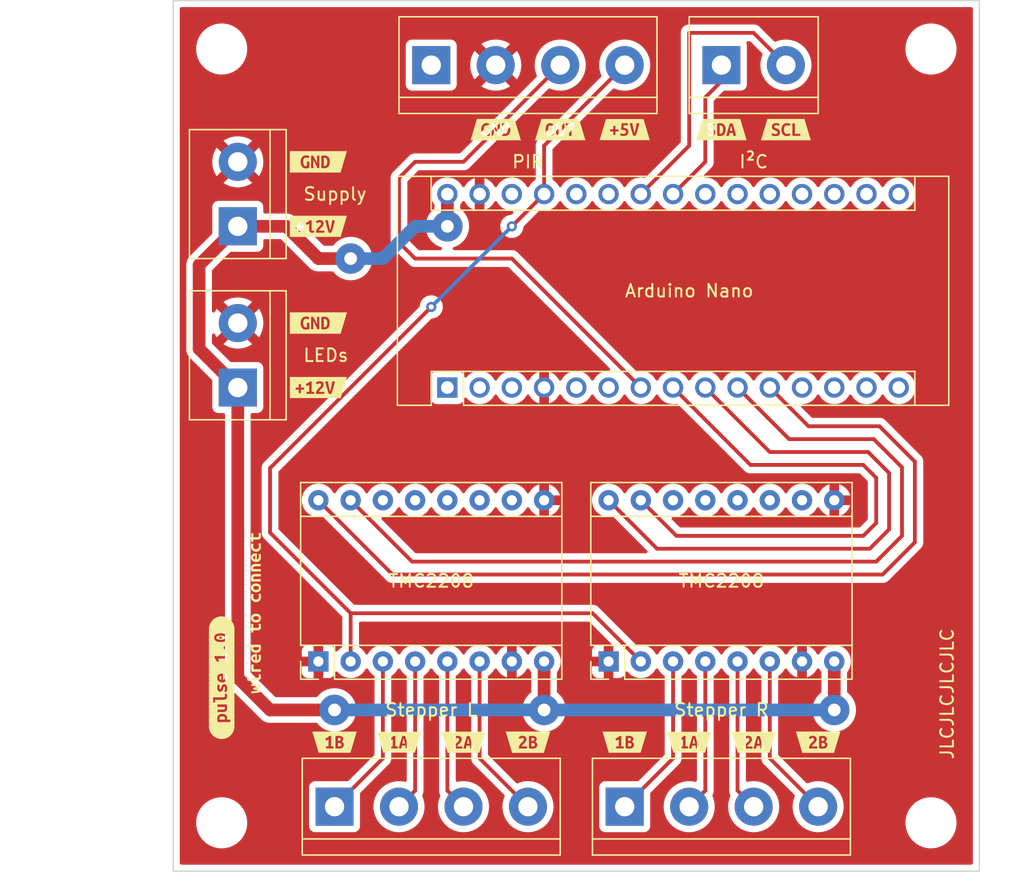
<source format=kicad_pcb>
(kicad_pcb (version 20211014) (generator pcbnew)
  (layers (0 "F.Cu" signal) (31 "B.Cu" signal) (34 "B.Paste" user) (35 "F.Paste" user) (36 "B.SilkS" user "B.Silkscreen") (37 "F.SilkS" user "F.Silkscreen") (38 "B.Mask" user) (39 "F.Mask" user) (44 "Edge.Cuts" user))
  (net 0 "")
  (net 1 "Net-(A1-Pad2)")
  (net 2 "Net-(A1-Pad3)")
  (net 3 "Net-(A1-Pad4)")
  (net 4 "Net-(A1-Pad5)")
  (net 5 "Net-(A1-Pad6)")
  (net 6 "/GND")
  (net 12 "Net-(A1-Pad15)")
  (net 13 "Net-(A1-Pad16)")
  (net 14 "Net-(A2-Pad3)")
  (net 15 "Net-(A2-Pad4)")
  (net 16 "Net-(A2-Pad5)")
  (net 17 "Net-(A2-Pad6)")
  (net 23 "Net-(A2-Pad15)")
  (net 24 "Net-(A2-Pad16)")
  (net 25 "Net-(JI2C1-Pad1)")
  (net 26 "Net-(JI2C1-Pad2)")
  (net 28 "Net-(JPIR1-Pad3)")
  (net 48 "/+12V")
  (footprint "kibuzzard-62F38B54" (layer "F.Cu") (at 102.87 96.52)
    (fp_text reference "kibuzzard-62F38B54" hide)
    (fp_text value "G***" hide)
  )
  (footprint "kibuzzard-62F38DFB" (layer "F.Cu") (at 127 76.2)
    (fp_text reference "kibuzzard-62F38DFB" hide)
    (fp_text value "G***" hide)
  )
  (footprint "kibuzzard-62F38C7F" (layer "F.Cu") (at 127 124.46)
    (fp_text reference "kibuzzard-62F38C7F" hide)
    (fp_text value "G***" hide)
  )
  (footprint "kibuzzard-62F38C8B" (layer "F.Cu") (at 137.16 124.46)
    (fp_text reference "kibuzzard-62F38C8B" hide)
    (fp_text value "G***" hide)
  )
  (footprint "kibuzzard-62F38DE0" (layer "F.Cu") (at 116.84 76.2)
    (fp_text reference "kibuzzard-62F38DE0" hide)
    (fp_text value "G***" hide)
  )
  (footprint "MountingHole:MountingHole_3mm" (layer "F.Cu") (at 151.13 130.81)
    (fp_text reference "REF**" hide)
    (fp_text value "MountingHole_3mm")
    (pad "" np_thru_hole circle (at 0 0) (size 3 3) (drill 3) (layers *.Cu *.Mask))
  )
  (footprint "MountingHole:MountingHole_3mm" (layer "F.Cu") (at 95.25 69.85)
    (fp_text reference "REF**" hide)
    (fp_text value "MountingHole_3mm")
    (pad "" np_thru_hole circle (at 0 0) (size 3 3) (drill 3) (layers *.Cu *.Mask))
  )
  (footprint "TerminalBlock:TerminalBlock_bornier-4_P5.08mm" (layer "F.Cu") (at 104.14 129.54)
    (fp_text reference "JSTEP1" hide)
    (fp_text value "Screw_Terminal_01x04")
    (pad "1" thru_hole rect (at 0 0) (size 3 3) (drill 1.52) (layers *.Cu *.Mask) (net 2 "Net-(A1-Pad3)"))
    (pad "2" thru_hole circle (at 5.08 0) (size 3 3) (drill 1.52) (layers *.Cu *.Mask) (net 3 "Net-(A1-Pad4)"))
    (pad "3" thru_hole circle (at 10.16 0) (size 3 3) (drill 1.52) (layers *.Cu *.Mask) (net 4 "Net-(A1-Pad5)"))
    (pad "4" thru_hole circle (at 15.24 0) (size 3 3) (drill 1.52) (layers *.Cu *.Mask) (net 5 "Net-(A1-Pad6)"))
  )
  (footprint "kibuzzard-62F38DF4" (layer "F.Cu") (at 121.92 76.2)
    (fp_text reference "kibuzzard-62F38DF4" hide)
    (fp_text value "G***" hide)
  )
  (footprint "kibuzzard-62F38C83" (layer "F.Cu") (at 109.22 124.46)
    (fp_text reference "kibuzzard-62F38C83" hide)
    (fp_text value "G***" hide)
  )
  (footprint "kibuzzard-62F38C92" (layer "F.Cu") (at 119.38 124.46)
    (fp_text reference "kibuzzard-62F38C92" hide)
    (fp_text value "G***" hide)
  )
  (footprint "kibuzzard-62F38C7F" (layer "F.Cu") (at 104.14 124.46)
    (fp_text reference "kibuzzard-62F38C7F" hide)
    (fp_text value "G***" hide)
  )
  (footprint "TerminalBlock:TerminalBlock_bornier-2_P5.08mm" (layer "F.Cu") (at 134.62 71.12)
    (fp_text reference "JI2C1" hide)
    (fp_text value "Screw_Terminal_01x02")
    (pad "1" thru_hole rect (at 0 0) (size 3 3) (drill 1.52) (layers *.Cu *.Mask) (net 25 "Net-(JI2C1-Pad1)"))
    (pad "2" thru_hole circle (at 5.08 0) (size 3 3) (drill 1.52) (layers *.Cu *.Mask) (net 26 "Net-(JI2C1-Pad2)"))
  )
  (footprint "MountingHole:MountingHole_3mm" (layer "F.Cu") (at 151.13 69.85)
    (fp_text reference "REF**" hide)
    (fp_text value "MountingHole_3mm")
    (pad "" np_thru_hole circle (at 0 0) (size 3 3) (drill 3) (layers *.Cu *.Mask))
  )
  (footprint "kibuzzard-62F38E40" (layer "F.Cu") (at 134.62 76.2)
    (fp_text reference "kibuzzard-62F38E40" hide)
    (fp_text value "G***" hide)
  )
  (footprint "kibuzzard-62F38B1C" (layer "F.Cu") (at 102.87 83.82)
    (fp_text reference "kibuzzard-62F38B1C" hide)
    (fp_text value "G***" hide)
  )
  (footprint "TerminalBlock:TerminalBlock_bornier-4_P5.08mm" (layer "F.Cu") (at 127 129.54)
    (fp_text reference "JSTEP2" hide)
    (fp_text value "Screw_Terminal_01x04")
    (pad "1" thru_hole rect (at 0 0) (size 3 3) (drill 1.52) (layers *.Cu *.Mask) (net 14 "Net-(A2-Pad3)"))
    (pad "2" thru_hole circle (at 5.08 0) (size 3 3) (drill 1.52) (layers *.Cu *.Mask) (net 15 "Net-(A2-Pad4)"))
    (pad "3" thru_hole circle (at 10.16 0) (size 3 3) (drill 1.52) (layers *.Cu *.Mask) (net 16 "Net-(A2-Pad5)"))
    (pad "4" thru_hole circle (at 15.24 0) (size 3 3) (drill 1.52) (layers *.Cu *.Mask) (net 17 "Net-(A2-Pad6)"))
  )
  (footprint "kibuzzard-62F38B13" (layer "F.Cu") (at 102.87 78.74)
    (fp_text reference "kibuzzard-62F38B13" hide)
    (fp_text value "G***" hide)
  )
  (footprint "Module:Pololu_Breakout-16_15.2x20.3mm" (layer "F.Cu") (at 125.73 118.1 90)
    (fp_text reference "A2" hide)
    (fp_text value "Pololu_Breakout_A4988")
    (pad "1" thru_hole rect (at 0 0 90) (size 1.6 1.6) (drill 0.8) (layers *.Cu *.Mask) (net 6 "/GND"))
    (pad "2" thru_hole oval (at 0 2.54 90) (size 1.6 1.6) (drill 0.8) (layers *.Cu *.Mask) (net 1 "Net-(A1-Pad2)"))
    (pad "3" thru_hole oval (at 0 5.08 90) (size 1.6 1.6) (drill 0.8) (layers *.Cu *.Mask) (net 14 "Net-(A2-Pad3)"))
    (pad "4" thru_hole oval (at 0 7.62 90) (size 1.6 1.6) (drill 0.8) (layers *.Cu *.Mask) (net 15 "Net-(A2-Pad4)"))
    (pad "5" thru_hole oval (at 0 10.16 90) (size 1.6 1.6) (drill 0.8) (layers *.Cu *.Mask) (net 16 "Net-(A2-Pad5)"))
    (pad "6" thru_hole oval (at 0 12.7 90) (size 1.6 1.6) (drill 0.8) (layers *.Cu *.Mask) (net 17 "Net-(A2-Pad6)"))
    (pad "7" thru_hole oval (at 0 15.24 90) (size 1.6 1.6) (drill 0.8) (layers *.Cu *.Mask) (net 6 "/GND"))
    (pad "8" thru_hole oval (at 0 17.78 90) (size 1.6 1.6) (drill 0.8) (layers *.Cu *.Mask) (net 48 "/+12V"))
    (pad "9" thru_hole oval (at 12.7 17.78 90) (size 1.6 1.6) (drill 0.8) (layers *.Cu *.Mask) (net 6 "/GND"))
    (pad "10" thru_hole oval (at 12.7 15.24 90) (size 1.6 1.6) (drill 0.8) (layers *.Cu *.Mask))
    (pad "11" thru_hole oval (at 12.7 12.7 90) (size 1.6 1.6) (drill 0.8) (layers *.Cu *.Mask))
    (pad "12" thru_hole oval (at 12.7 10.16 90) (size 1.6 1.6) (drill 0.8) (layers *.Cu *.Mask))
    (pad "13" thru_hole oval (at 12.7 7.62 90) (size 1.6 1.6) (drill 0.8) (layers *.Cu *.Mask))
    (pad "14" thru_hole oval (at 12.7 5.08 90) (size 1.6 1.6) (drill 0.8) (layers *.Cu *.Mask))
    (pad "15" thru_hole oval (at 12.7 2.54 90) (size 1.6 1.6) (drill 0.8) (layers *.Cu *.Mask) (net 23 "Net-(A2-Pad15)"))
    (pad "16" thru_hole oval (at 12.7 0 90) (size 1.6 1.6) (drill 0.8) (layers *.Cu *.Mask) (net 24 "Net-(A2-Pad16)"))
  )
  (footprint "Module:Pololu_Breakout-16_15.2x20.3mm" (layer "F.Cu") (at 102.87 118.1 90)
    (fp_text reference "A1" hide)
    (fp_text value "Pololu_Breakout_A4988")
    (pad "1" thru_hole rect (at 0 0 90) (size 1.6 1.6) (drill 0.8) (layers *.Cu *.Mask) (net 6 "/GND"))
    (pad "2" thru_hole oval (at 0 2.54 90) (size 1.6 1.6) (drill 0.8) (layers *.Cu *.Mask) (net 1 "Net-(A1-Pad2)"))
    (pad "3" thru_hole oval (at 0 5.08 90) (size 1.6 1.6) (drill 0.8) (layers *.Cu *.Mask) (net 2 "Net-(A1-Pad3)"))
    (pad "4" thru_hole oval (at 0 7.62 90) (size 1.6 1.6) (drill 0.8) (layers *.Cu *.Mask) (net 3 "Net-(A1-Pad4)"))
    (pad "5" thru_hole oval (at 0 10.16 90) (size 1.6 1.6) (drill 0.8) (layers *.Cu *.Mask) (net 4 "Net-(A1-Pad5)"))
    (pad "6" thru_hole oval (at 0 12.7 90) (size 1.6 1.6) (drill 0.8) (layers *.Cu *.Mask) (net 5 "Net-(A1-Pad6)"))
    (pad "7" thru_hole oval (at 0 15.24 90) (size 1.6 1.6) (drill 0.8) (layers *.Cu *.Mask) (net 6 "/GND"))
    (pad "8" thru_hole oval (at 0 17.78 90) (size 1.6 1.6) (drill 0.8) (layers *.Cu *.Mask) (net 48 "/+12V"))
    (pad "9" thru_hole oval (at 12.7 17.78 90) (size 1.6 1.6) (drill 0.8) (layers *.Cu *.Mask) (net 6 "/GND"))
    (pad "10" thru_hole oval (at 12.7 15.24 90) (size 1.6 1.6) (drill 0.8) (layers *.Cu *.Mask))
    (pad "11" thru_hole oval (at 12.7 12.7 90) (size 1.6 1.6) (drill 0.8) (layers *.Cu *.Mask))
    (pad "12" thru_hole oval (at 12.7 10.16 90) (size 1.6 1.6) (drill 0.8) (layers *.Cu *.Mask))
    (pad "13" thru_hole oval (at 12.7 7.62 90) (size 1.6 1.6) (drill 0.8) (layers *.Cu *.Mask))
    (pad "14" thru_hole oval (at 12.7 5.08 90) (size 1.6 1.6) (drill 0.8) (layers *.Cu *.Mask))
    (pad "15" thru_hole oval (at 12.7 2.54 90) (size 1.6 1.6) (drill 0.8) (layers *.Cu *.Mask) (net 12 "Net-(A1-Pad15)"))
    (pad "16" thru_hole oval (at 12.7 0 90) (size 1.6 1.6) (drill 0.8) (layers *.Cu *.Mask) (net 13 "Net-(A1-Pad16)"))
  )
  (footprint "TerminalBlock:TerminalBlock_bornier-2_P5.08mm" (layer "F.Cu") (at 96.52 96.52 90)
    (fp_text reference "JLED1" hide)
    (fp_text value "Screw_Terminal_01x02")
    (pad "1" thru_hole rect (at 0 0 90) (size 3 3) (drill 1.52) (layers *.Cu *.Mask) (net 48 "/+12V"))
    (pad "2" thru_hole circle (at 5.08 0 90) (size 3 3) (drill 1.52) (layers *.Cu *.Mask) (net 6 "/GND"))
  )
  (footprint "kibuzzard-62F38B4D" (layer "F.Cu") (at 102.87 91.44)
    (fp_text reference "kibuzzard-62F38B4D" hide)
    (fp_text value "G***" hide)
  )
  (footprint "kibuzzard-62F38F2E" (layer "F.Cu") (at 95.25 119.38 90)
    (fp_text reference "kibuzzard-62F38F2E" hide)
    (fp_text value "G***" hide)
  )
  (footprint "kibuzzard-62F38C83" (layer "F.Cu") (at 132.08 124.46)
    (fp_text reference "kibuzzard-62F38C83" hide)
    (fp_text value "G***" hide)
  )
  (footprint "TerminalBlock:TerminalBlock_bornier-2_P5.08mm" (layer "F.Cu") (at 96.52 83.82 90)
    (fp_text reference "JV1" hide)
    (fp_text value "Screw_Terminal_01x02")
    (pad "1" thru_hole rect (at 0 0 90) (size 3 3) (drill 1.52) (layers *.Cu *.Mask) (net 48 "/+12V"))
    (pad "2" thru_hole circle (at 5.08 0 90) (size 3 3) (drill 1.52) (layers *.Cu *.Mask) (net 6 "/GND"))
  )
  (footprint "Module:Arduino_Nano" (layer "F.Cu") (at 113.03 96.52 90)
    (fp_text reference "N1" hide)
    (fp_text value "Arduino_Nano_v3.x")
    (pad "1" thru_hole rect (at 0 0 90) (size 1.6 1.6) (drill 1) (layers *.Cu *.Mask))
    (pad "2" thru_hole oval (at 0 2.54 90) (size 1.6 1.6) (drill 1) (layers *.Cu *.Mask))
    (pad "3" thru_hole oval (at 0 5.08 90) (size 1.6 1.6) (drill 1) (layers *.Cu *.Mask))
    (pad "4" thru_hole oval (at 0 7.62 90) (size 1.6 1.6) (drill 1) (layers *.Cu *.Mask) (net 6 "/GND"))
    (pad "5" thru_hole oval (at 0 10.16 90) (size 1.6 1.6) (drill 1) (layers *.Cu *.Mask))
    (pad "6" thru_hole oval (at 0 12.7 90) (size 1.6 1.6) (drill 1) (layers *.Cu *.Mask))
    (pad "7" thru_hole oval (at 0 15.24 90) (size 1.6 1.6) (drill 1) (layers *.Cu *.Mask) (net 28 "Net-(JPIR1-Pad3)"))
    (pad "8" thru_hole oval (at 0 17.78 90) (size 1.6 1.6) (drill 1) (layers *.Cu *.Mask) (net 23 "Net-(A2-Pad15)"))
    (pad "9" thru_hole oval (at 0 20.32 90) (size 1.6 1.6) (drill 1) (layers *.Cu *.Mask) (net 24 "Net-(A2-Pad16)"))
    (pad "10" thru_hole oval (at 0 22.86 90) (size 1.6 1.6) (drill 1) (layers *.Cu *.Mask) (net 12 "Net-(A1-Pad15)"))
    (pad "11" thru_hole oval (at 0 25.4 90) (size 1.6 1.6) (drill 1) (layers *.Cu *.Mask) (net 13 "Net-(A1-Pad16)"))
    (pad "12" thru_hole oval (at 0 27.94 90) (size 1.6 1.6) (drill 1) (layers *.Cu *.Mask))
    (pad "13" thru_hole oval (at 0 30.48 90) (size 1.6 1.6) (drill 1) (layers *.Cu *.Mask))
    (pad "14" thru_hole oval (at 0 33.02 90) (size 1.6 1.6) (drill 1) (layers *.Cu *.Mask))
    (pad "15" thru_hole oval (at 0 35.56 90) (size 1.6 1.6) (drill 1) (layers *.Cu *.Mask))
    (pad "16" thru_hole oval (at 15.24 35.56 90) (size 1.6 1.6) (drill 1) (layers *.Cu *.Mask))
    (pad "17" thru_hole oval (at 15.24 33.02 90) (size 1.6 1.6) (drill 1) (layers *.Cu *.Mask))
    (pad "18" thru_hole oval (at 15.24 30.48 90) (size 1.6 1.6) (drill 1) (layers *.Cu *.Mask))
    (pad "19" thru_hole oval (at 15.24 27.94 90) (size 1.6 1.6) (drill 1) (layers *.Cu *.Mask))
    (pad "20" thru_hole oval (at 15.24 25.4 90) (size 1.6 1.6) (drill 1) (layers *.Cu *.Mask))
    (pad "21" thru_hole oval (at 15.24 22.86 90) (size 1.6 1.6) (drill 1) (layers *.Cu *.Mask))
    (pad "22" thru_hole oval (at 15.24 20.32 90) (size 1.6 1.6) (drill 1) (layers *.Cu *.Mask))
    (pad "23" thru_hole oval (at 15.24 17.78 90) (size 1.6 1.6) (drill 1) (layers *.Cu *.Mask) (net 25 "Net-(JI2C1-Pad1)"))
    (pad "24" thru_hole oval (at 15.24 15.24 90) (size 1.6 1.6) (drill 1) (layers *.Cu *.Mask) (net 26 "Net-(JI2C1-Pad2)"))
    (pad "25" thru_hole oval (at 15.24 12.7 90) (size 1.6 1.6) (drill 1) (layers *.Cu *.Mask))
    (pad "26" thru_hole oval (at 15.24 10.16 90) (size 1.6 1.6) (drill 1) (layers *.Cu *.Mask))
    (pad "27" thru_hole oval (at 15.24 7.62 90) (size 1.6 1.6) (drill 1) (layers *.Cu *.Mask) (net 1 "Net-(A1-Pad2)"))
    (pad "28" thru_hole oval (at 15.24 5.08 90) (size 1.6 1.6) (drill 1) (layers *.Cu *.Mask))
    (pad "29" thru_hole oval (at 15.24 2.54 90) (size 1.6 1.6) (drill 1) (layers *.Cu *.Mask) (net 6 "/GND"))
    (pad "30" thru_hole oval (at 15.24 0 90) (size 1.6 1.6) (drill 1) (layers *.Cu *.Mask) (net 48 "/+12V"))
  )
  (footprint "kibuzzard-62F38C8B" (layer "F.Cu") (at 114.3 124.46)
    (fp_text reference "kibuzzard-62F38C8B" hide)
    (fp_text value "G***" hide)
  )
  (footprint "kibuzzard-62F38C92" (layer "F.Cu") (at 142.24 124.46)
    (fp_text reference "kibuzzard-62F38C92" hide)
    (fp_text value "G***" hide)
  )
  (footprint "kibuzzard-62F38E4E" (layer "F.Cu") (at 139.7 76.2)
    (fp_text reference "kibuzzard-62F38E4E" hide)
    (fp_text value "G***" hide)
  )
  (footprint "kibuzzard-62F38FA3" (layer "F.Cu") (at 97.79 114.3 90)
    (fp_text reference "kibuzzard-62F38FA3" hide)
    (fp_text value "G***" hide)
  )
  (footprint "MountingHole:MountingHole_3mm" (layer "F.Cu") (at 95.25 130.81)
    (fp_text reference "REF**" hide)
    (fp_text value "MountingHole_3mm")
    (pad "" np_thru_hole circle (at 0 0) (size 3 3) (drill 3) (layers *.Cu *.Mask))
  )
  (footprint "TerminalBlock:TerminalBlock_bornier-4_P5.08mm" (layer "F.Cu") (at 111.76 71.12)
    (fp_text reference "JPIR1" hide)
    (fp_text value "Screw_Terminal_01x04")
    (pad "1" thru_hole rect (at 0 0) (size 3 3) (drill 1.52) (layers *.Cu *.Mask))
    (pad "2" thru_hole circle (at 5.08 0) (size 3 3) (drill 1.52) (layers *.Cu *.Mask) (net 6 "/GND"))
    (pad "3" thru_hole circle (at 10.16 0) (size 3 3) (drill 1.52) (layers *.Cu *.Mask) (net 28 "Net-(JPIR1-Pad3)"))
    (pad "4" thru_hole circle (at 15.24 0) (size 3 3) (drill 1.52) (layers *.Cu *.Mask) (net 1 "Net-(A1-Pad2)"))
  )
  (gr_rect (start 154.94 134.62) (end 91.44 66.04) (layer "Edge.Cuts") (width 0.1) (fill none))
  (gr_text "TMC2208" (at 111.76 111.76) (layer "F.SilkS") (effects (font (size 1 1))))
  (gr_text "PIR" (at 119.38 78.74) (layer "F.SilkS") (effects (font (size 1 1))))
  (gr_text "Arduino Nano" (at 132.08 88.9) (layer "F.SilkS") (effects (font (size 1 1))))
  (gr_text "Stepper L" (at 111.76 121.92) (layer "F.SilkS") (effects (font (size 1 1))))
  (gr_text "I²C" (at 137.16 78.74) (layer "F.SilkS") (effects (font (size 1 1))))
  (gr_text "Stepper R" (at 134.62 121.92) (layer "F.SilkS") (effects (font (size 1 1))))
  (gr_text "TMC2208" (at 134.62 111.76) (layer "F.SilkS") (effects (font (size 1 1))))
  (gr_text "LEDs" (at 101.6 93.98) (layer "F.SilkS") (effects (font (size 1 1)) (justify left)))
  (gr_text "Supply" (at 101.6 81.28) (layer "F.SilkS") (effects (font (size 1 1)) (justify left)))
  (gr_text "JLCJLCJLCJLC" (at 152.4 120.65 90) (layer "F.SilkS") (effects (font (size 1 1))))
  (segment (start 124.47 114.3) (end 105.41 114.3) (width 0.3) (layer "F.Cu") (net 1))
  (segment (start 128.27 118.1) (end 124.47 114.3) (width 0.3) (layer "F.Cu") (net 1))
  (segment (start 120.65 77.47) (end 120.65 81.28) (width 0.3) (layer "F.Cu") (net 1))
  (segment (start 105.41 118.11) (end 105.41 114.3) (width 0.3) (layer "F.Cu") (net 1))
  (segment (start 99.06 107.95) (end 105.41 114.3) (width 0.3) (layer "F.Cu") (net 1))
  (segment (start 105.41 118.1) (end 105.41 118.11) (width 0.3) (layer "F.Cu") (net 1))
  (segment (start 118.11 83.82) (end 120.65 81.28) (width 0.3) (layer "F.Cu") (net 1))
  (segment (start 99.06 102.87) (end 99.06 107.95) (width 0.3) (layer "F.Cu") (net 1))
  (segment (start 127 71.12) (end 120.65 77.47) (width 0.3) (layer "F.Cu") (net 1))
  (segment (start 111.76 90.17) (end 99.06 102.87) (width 0.3) (layer "F.Cu") (net 1))
  (via (at 118.11 83.82) (size 0.8) (drill 0.4) (layers "F.Cu" "B.Cu") (net 1))
  (via (at 111.76 90.17) (size 0.8) (drill 0.4) (layers "F.Cu" "B.Cu") (net 1))
  (segment (start 111.76 90.17) (end 118.11 83.82) (width 0.3) (layer "B.Cu") (net 1))
  (segment (start 107.95 118.1) (end 107.95 125.73) (width 0.3) (layer "F.Cu") (net 2))
  (segment (start 107.95 125.73) (end 104.14 129.54) (width 0.3) (layer "F.Cu") (net 2))
  (segment (start 110.49 118.1) (end 110.49 128.27) (width 0.3) (layer "F.Cu") (net 3))
  (segment (start 110.49 128.27) (end 109.22 129.54) (width 0.3) (layer "F.Cu") (net 3))
  (segment (start 113.03 128.27) (end 114.3 129.54) (width 0.3) (layer "F.Cu") (net 4))
  (segment (start 113.03 118.1) (end 113.03 128.27) (width 0.3) (layer "F.Cu") (net 4))
  (segment (start 115.57 118.1) (end 115.57 125.73) (width 0.3) (layer "F.Cu") (net 5))
  (segment (start 115.57 125.73) (end 119.38 129.54) (width 0.3) (layer "F.Cu") (net 5))
  (segment (start 135.89 96.52) (end 139.954 100.584) (width 0.3) (layer "F.Cu") (net 12))
  (segment (start 146.6215 100.584) (end 148.844 102.8065) (width 0.3) (layer "F.Cu") (net 12))
  (segment (start 110.246 110.236) (end 105.41 105.4) (width 0.3) (layer "F.Cu") (net 12))
  (segment (start 139.954 100.584) (end 146.6215 100.584) (width 0.3) (layer "F.Cu") (net 12))
  (segment (start 148.844 108.204) (end 146.812 110.236) (width 0.3) (layer "F.Cu") (net 12))
  (segment (start 148.844 102.8065) (end 148.844 108.204) (width 0.3) (layer "F.Cu") (net 12))
  (segment (start 146.812 110.236) (end 110.246 110.236) (width 0.3) (layer "F.Cu") (net 12))
  (segment (start 141.478 99.568) (end 138.43 96.52) (width 0.3) (layer "F.Cu") (net 13))
  (segment (start 102.87 105.41) (end 108.712 111.252) (width 0.3) (layer "F.Cu") (net 13))
  (segment (start 147.066 99.568) (end 141.478 99.568) (width 0.3) (layer "F.Cu") (net 13))
  (segment (start 102.87 105.4) (end 102.87 105.41) (width 0.3) (layer "F.Cu") (net 13))
  (segment (start 149.86 102.362) (end 147.066 99.568) (width 0.3) (layer "F.Cu") (net 13))
  (segment (start 147.32 111.252) (end 149.86 108.712) (width 0.3) (layer "F.Cu") (net 13))
  (segment (start 149.86 108.712) (end 149.86 102.362) (width 0.3) (layer "F.Cu") (net 13))
  (segment (start 108.712 111.252) (end 147.32 111.252) (width 0.3) (layer "F.Cu") (net 13))
  (segment (start 130.81 125.73) (end 127 129.54) (width 0.3) (layer "F.Cu") (net 14))
  (segment (start 130.81 118.1) (end 130.81 125.73) (width 0.3) (layer "F.Cu") (net 14))
  (segment (start 133.35 118.1) (end 133.35 128.27) (width 0.3) (layer "F.Cu") (net 15))
  (segment (start 133.35 128.27) (end 132.08 129.54) (width 0.3) (layer "F.Cu") (net 15))
  (segment (start 135.89 118.1) (end 135.89 128.27) (width 0.3) (layer "F.Cu") (net 16))
  (segment (start 135.89 128.27) (end 137.16 129.54) (width 0.3) (layer "F.Cu") (net 16))
  (segment (start 138.43 125.73) (end 142.24 129.54) (width 0.3) (layer "F.Cu") (net 17))
  (segment (start 138.43 118.1) (end 138.43 125.73) (width 0.3) (layer "F.Cu") (net 17))
  (segment (start 128.27 105.4) (end 131.074 108.204) (width 0.3) (layer "F.Cu") (net 23))
  (segment (start 146.812 107.188) (end 146.812 103.632) (width 0.3) (layer "F.Cu") (net 23))
  (segment (start 145.796 102.616) (end 136.906 102.616) (width 0.3) (layer "F.Cu") (net 23))
  (segment (start 146.812 103.632) (end 145.796 102.616) (width 0.3) (layer "F.Cu") (net 23))
  (segment (start 131.074 108.204) (end 145.796 108.204) (width 0.3) (layer "F.Cu") (net 23))
  (segment (start 136.906 102.616) (end 130.81 96.52) (width 0.3) (layer "F.Cu") (net 23))
  (segment (start 145.796 108.204) (end 146.812 107.188) (width 0.3) (layer "F.Cu") (net 23))
  (segment (start 146.177 101.6) (end 138.43 101.6) (width 0.3) (layer "F.Cu") (net 24))
  (segment (start 146.304 109.22) (end 147.828 107.696) (width 0.3) (layer "F.Cu") (net 24))
  (segment (start 147.828 103.251) (end 146.177 101.6) (width 0.3) (layer "F.Cu") (net 24))
  (segment (start 138.43 101.6) (end 133.35 96.52) (width 0.3) (layer "F.Cu") (net 24))
  (segment (start 129.55 109.22) (end 146.304 109.22) (width 0.3) (layer "F.Cu") (net 24))
  (segment (start 147.828 107.696) (end 147.828 103.251) (width 0.3) (layer "F.Cu") (net 24))
  (segment (start 125.73 105.4) (end 129.55 109.22) (width 0.3) (layer "F.Cu") (net 24))
  (segment (start 134.62 72.39) (end 133.35 73.66) (width 0.3) (layer "F.Cu") (net 25))
  (segment (start 133.35 78.74) (end 130.81 81.28) (width 0.3) (layer "F.Cu") (net 25))
  (segment (start 133.35 73.66) (end 133.35 78.74) (width 0.3) (layer "F.Cu") (net 25))
  (segment (start 134.62 71.12) (end 134.62 72.39) (width 0.3) (layer "F.Cu") (net 25))
  (segment (start 132.08 68.58) (end 132.08 77.47) (width 0.3) (layer "F.Cu") (net 26))
  (segment (start 132.08 77.47) (end 128.27 81.28) (width 0.3) (layer "F.Cu") (net 26))
  (segment (start 139.7 71.12) (end 137.16 68.58) (width 0.3) (layer "F.Cu") (net 26))
  (segment (start 137.16 68.58) (end 132.08 68.58) (width 0.3) (layer "F.Cu") (net 26))
  (segment (start 121.92 71.12) (end 114.3 78.74) (width 0.3) (layer "F.Cu") (net 28))
  (segment (start 110.49 78.74) (end 109.22 80.01) (width 0.3) (layer "F.Cu") (net 28))
  (segment (start 118.11 86.36) (end 128.27 96.52) (width 0.3) (layer "F.Cu") (net 28))
  (segment (start 114.3 78.74) (end 110.49 78.74) (width 0.3) (layer "F.Cu") (net 28))
  (segment (start 110.49 86.36) (end 118.11 86.36) (width 0.3) (layer "F.Cu") (net 28))
  (segment (start 109.22 80.01) (end 109.22 85.09) (width 0.3) (layer "F.Cu") (net 28))
  (segment (start 109.22 85.09) (end 110.49 86.36) (width 0.3) (layer "F.Cu") (net 28))
  (segment (start 93.472 93.472) (end 96.52 96.52) (width 1) (layer "F.Cu") (net 48))
  (segment (start 96.52 119.38) (end 96.52 96.52) (width 1) (layer "F.Cu") (net 48))
  (segment (start 143.51 121.92) (end 143.51 118.1) (width 1) (layer "F.Cu") (net 48))
  (segment (start 100.33 83.82) (end 102.87 86.36) (width 1) (layer "F.Cu") (net 48))
  (segment (start 120.65 121.92) (end 120.65 118.1) (width 1) (layer "F.Cu") (net 48))
  (segment (start 96.52 83.82) (end 100.33 83.82) (width 1) (layer "F.Cu") (net 48))
  (segment (start 102.87 86.36) (end 105.41 86.36) (width 1) (layer "F.Cu") (net 48))
  (segment (start 113.03 83.82) (end 113.03 81.28) (width 1) (layer "F.Cu") (net 48))
  (segment (start 93.472 86.868) (end 93.472 93.472) (width 1) (layer "F.Cu") (net 48))
  (segment (start 99.06 121.92) (end 96.52 119.38) (width 1) (layer "F.Cu") (net 48))
  (segment (start 104.14 121.92) (end 99.06 121.92) (width 1) (layer "F.Cu") (net 48))
  (segment (start 96.52 83.82) (end 93.472 86.868) (width 1) (layer "F.Cu") (net 48))
  (via (at 113.03 83.82) (size 2.4) (drill 1) (layers "F.Cu" "B.Cu") (net 48))
  (via (at 105.41 86.36) (size 2.4) (drill 1) (layers "F.Cu" "B.Cu") (net 48))
  (via (at 120.65 121.92) (size 2.4) (drill 1) (layers "F.Cu" "B.Cu") (net 48))
  (via (at 143.51 121.92) (size 2.4) (drill 1) (layers "F.Cu" "B.Cu") (net 48))
  (via (at 104.14 121.92) (size 2.4) (drill 1) (layers "F.Cu" "B.Cu") (net 48))
  (segment (start 105.41 86.36) (end 107.95 86.36) (width 1) (layer "B.Cu") (net 48))
  (segment (start 107.95 86.36) (end 110.49 83.82) (width 1) (layer "B.Cu") (net 48))
  (segment (start 143.51 121.92) (end 120.65 121.92) (width 1) (layer "B.Cu") (net 48))
  (segment (start 104.14 121.92) (end 120.65 121.92) (width 1) (layer "B.Cu") (net 48))
  (segment (start 110.49 83.82) (end 113.03 83.82) (width 1) (layer "B.Cu") (net 48))
  (zone (net 6) (net_name "/GND") (layer "F.Cu") (connect_pads (clearance 0.508)) (min_thickness 0.254) (fill yes (thermal_gap 0.508) (thermal_bridge_width 0.762))
    (polygon (pts (xy 154.94 134.62) (xy 91.44 134.62) (xy 91.44 66.04) (xy 154.94 66.04)))
  )
)
</source>
